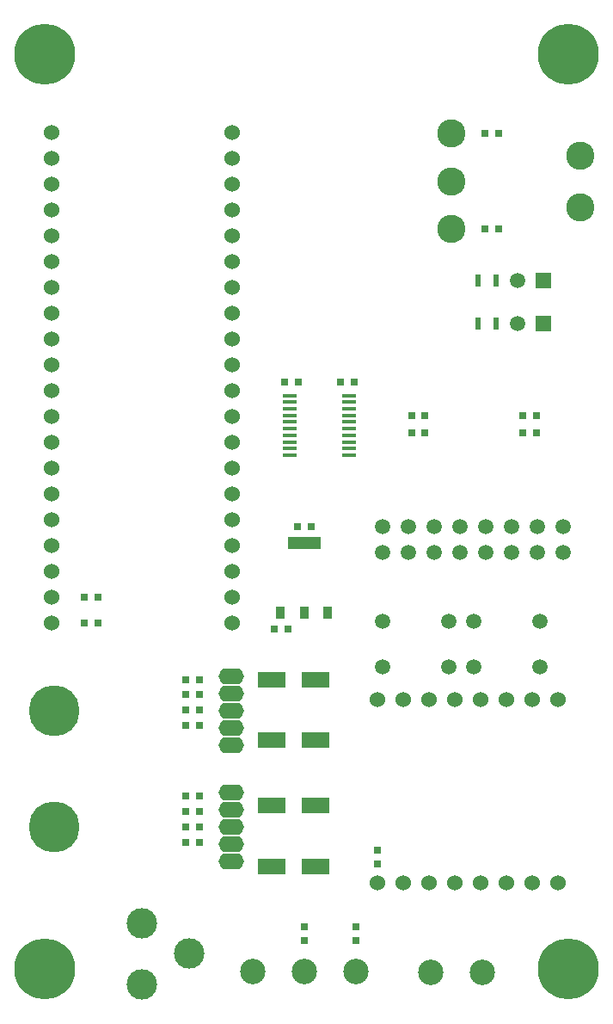
<source format=gbr>
%TF.GenerationSoftware,Altium Limited,Altium Designer,25.2.1 (25)*%
G04 Layer_Color=255*
%FSLAX43Y43*%
%MOMM*%
%TF.SameCoordinates,F457C3C9-6880-4064-B818-50B76E06CF19*%
%TF.FilePolarity,Positive*%
%TF.FileFunction,Pads,Bot*%
%TF.Part,Single*%
G01*
G75*
%TA.AperFunction,ComponentPad*%
%ADD14C,2.500*%
%ADD15C,5.000*%
%ADD16O,2.500X1.600*%
%ADD17C,1.500*%
%ADD18C,3.000*%
%ADD19C,1.524*%
%ADD20C,6.000*%
%ADD21R,1.500X1.500*%
%ADD22C,2.775*%
%TA.AperFunction,SMDPad,CuDef*%
%ADD24R,0.650X0.700*%
%ADD25R,0.700X0.650*%
%ADD26R,2.800X1.600*%
%ADD27R,1.475X0.450*%
%ADD28R,3.200X1.250*%
%ADD29R,0.950X1.250*%
%ADD30R,0.600X1.250*%
D14*
X47580Y4200D02*
D03*
X42500D02*
D03*
X24920Y4300D02*
D03*
X30000D02*
D03*
X35080D02*
D03*
D15*
X5438Y18500D02*
D03*
Y29900D02*
D03*
D16*
X22812Y15100D02*
D03*
Y16800D02*
D03*
Y20200D02*
D03*
Y21900D02*
D03*
Y18500D02*
D03*
Y26500D02*
D03*
Y28200D02*
D03*
Y31600D02*
D03*
Y33300D02*
D03*
Y29900D02*
D03*
D17*
X52990Y45500D02*
D03*
X55530D02*
D03*
X47910Y45500D02*
D03*
X50450D02*
D03*
X42830D02*
D03*
X45370D02*
D03*
X37750D02*
D03*
X40290D02*
D03*
X47910Y48040D02*
D03*
X45370Y48040D02*
D03*
X42830Y48040D02*
D03*
X40290D02*
D03*
X37750D02*
D03*
X50450Y48040D02*
D03*
X55530D02*
D03*
X52990D02*
D03*
X51000Y68000D02*
D03*
X53250Y34250D02*
D03*
X46750D02*
D03*
X53250Y38750D02*
D03*
X46750D02*
D03*
X37750D02*
D03*
X44250D02*
D03*
X37750Y34250D02*
D03*
X44250D02*
D03*
X51000Y72250D02*
D03*
D18*
X14000Y3000D02*
D03*
Y9000D02*
D03*
X18700Y6000D02*
D03*
D19*
X37220Y30980D02*
D03*
X39760D02*
D03*
X42300D02*
D03*
X44840D02*
D03*
X47380D02*
D03*
X49920D02*
D03*
X52460D02*
D03*
X55000D02*
D03*
X37220Y13000D02*
D03*
X39760D02*
D03*
X42300D02*
D03*
X44840D02*
D03*
X47380D02*
D03*
X49920D02*
D03*
X52460D02*
D03*
X55000D02*
D03*
X22890Y38590D02*
D03*
Y41130D02*
D03*
Y43670D02*
D03*
Y46210D02*
D03*
Y48750D02*
D03*
Y51290D02*
D03*
Y53830D02*
D03*
Y56370D02*
D03*
Y58910D02*
D03*
Y61450D02*
D03*
Y63990D02*
D03*
Y66530D02*
D03*
Y69070D02*
D03*
Y71610D02*
D03*
Y74150D02*
D03*
Y76690D02*
D03*
Y79230D02*
D03*
Y81770D02*
D03*
Y84310D02*
D03*
Y86850D02*
D03*
X5110D02*
D03*
Y84310D02*
D03*
Y81770D02*
D03*
Y79230D02*
D03*
Y76690D02*
D03*
Y74150D02*
D03*
Y71610D02*
D03*
Y69070D02*
D03*
Y66530D02*
D03*
Y63990D02*
D03*
Y61450D02*
D03*
Y58910D02*
D03*
Y56370D02*
D03*
Y53830D02*
D03*
Y51290D02*
D03*
Y48750D02*
D03*
Y46210D02*
D03*
Y43670D02*
D03*
Y41130D02*
D03*
Y38590D02*
D03*
D20*
X4500Y94500D02*
D03*
X56000D02*
D03*
X4500Y4500D02*
D03*
X56000D02*
D03*
D21*
X53540Y68000D02*
D03*
Y72250D02*
D03*
D22*
X57200Y79460D02*
D03*
Y84540D02*
D03*
X44500Y77300D02*
D03*
Y82000D02*
D03*
Y86700D02*
D03*
D24*
X34925Y62250D02*
D03*
X33575D02*
D03*
X51575Y57250D02*
D03*
X52925D02*
D03*
X51575Y59000D02*
D03*
X52925D02*
D03*
X9675Y38590D02*
D03*
X8325D02*
D03*
X9675Y41130D02*
D03*
X8325D02*
D03*
X49175Y77300D02*
D03*
X47825D02*
D03*
X49175Y86700D02*
D03*
X47825D02*
D03*
X41925Y59000D02*
D03*
X40575D02*
D03*
X28075Y62250D02*
D03*
X29425D02*
D03*
X41925Y57250D02*
D03*
X40575D02*
D03*
X18325Y33000D02*
D03*
X19675D02*
D03*
X18325Y21500D02*
D03*
X19675D02*
D03*
X18325Y20000D02*
D03*
X19675D02*
D03*
X18325Y31500D02*
D03*
X19675D02*
D03*
Y17000D02*
D03*
X18325D02*
D03*
X19675Y18500D02*
D03*
X18325D02*
D03*
X19675Y28500D02*
D03*
X18325D02*
D03*
X19675Y30000D02*
D03*
X18325D02*
D03*
X29325Y48000D02*
D03*
X30675D02*
D03*
X27075Y38000D02*
D03*
X28425D02*
D03*
D25*
X30000Y8675D02*
D03*
Y7325D02*
D03*
X35080Y8675D02*
D03*
Y7325D02*
D03*
X37250Y14825D02*
D03*
Y16175D02*
D03*
D26*
X26850Y14600D02*
D03*
X31150D02*
D03*
X26850Y27000D02*
D03*
X31150D02*
D03*
X26850Y33000D02*
D03*
X31150D02*
D03*
Y20600D02*
D03*
X26850D02*
D03*
D27*
X28562Y60925D02*
D03*
Y60275D02*
D03*
Y59625D02*
D03*
Y58975D02*
D03*
Y58325D02*
D03*
Y57675D02*
D03*
Y57025D02*
D03*
Y56375D02*
D03*
Y55725D02*
D03*
Y55075D02*
D03*
X34438D02*
D03*
Y55725D02*
D03*
Y56375D02*
D03*
Y57025D02*
D03*
Y57675D02*
D03*
Y58325D02*
D03*
Y58975D02*
D03*
Y59625D02*
D03*
Y60275D02*
D03*
Y60925D02*
D03*
D28*
X30000Y46400D02*
D03*
D29*
X27700Y39600D02*
D03*
X30000D02*
D03*
X32300D02*
D03*
D30*
X47100Y72250D02*
D03*
X48900D02*
D03*
Y68000D02*
D03*
X47100D02*
D03*
%TF.MD5,1e338a5c786d72a0055892c5deba43dd*%
M02*

</source>
